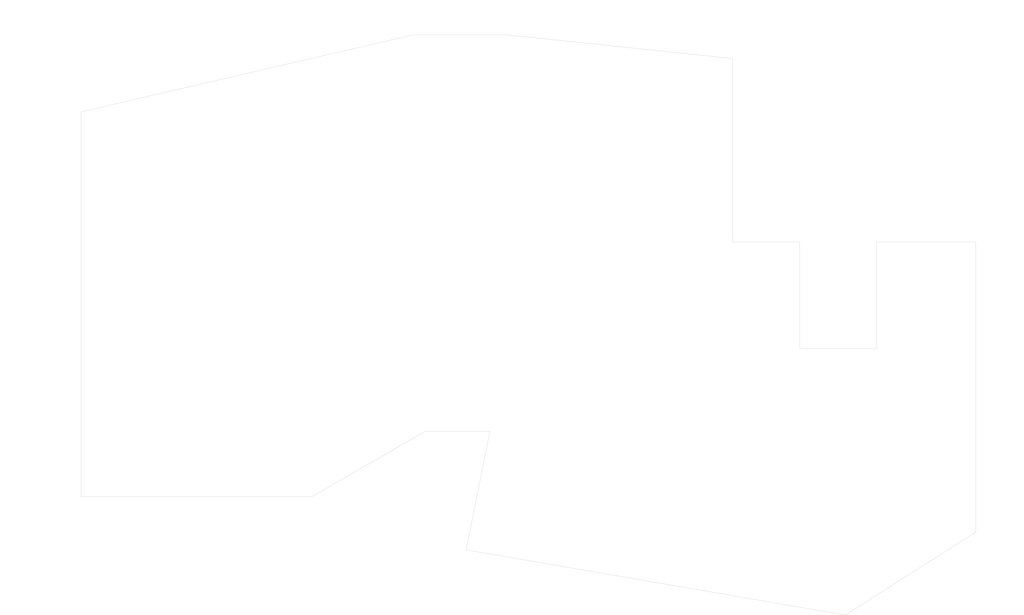
<source format=kicad_pcb>
(kicad_pcb
	(version 20240108)
	(generator "pcbnew")
	(generator_version "8.0")
	(general
		(thickness 1.6)
		(legacy_teardrops no)
	)
	(paper "A")
	(layers
		(0 "F.Cu" signal)
		(31 "B.Cu" signal)
		(32 "B.Adhes" user "B.Adhesive")
		(33 "F.Adhes" user "F.Adhesive")
		(34 "B.Paste" user)
		(35 "F.Paste" user)
		(36 "B.SilkS" user "B.Silkscreen")
		(37 "F.SilkS" user "F.Silkscreen")
		(38 "B.Mask" user)
		(39 "F.Mask" user)
		(40 "Dwgs.User" user "User.Drawings")
		(41 "Cmts.User" user "User.Comments")
		(42 "Eco1.User" user "User.Eco1")
		(43 "Eco2.User" user "User.Eco2")
		(44 "Edge.Cuts" user)
		(45 "Margin" user)
		(46 "B.CrtYd" user "B.Courtyard")
		(47 "F.CrtYd" user "F.Courtyard")
		(48 "B.Fab" user)
		(49 "F.Fab" user)
		(50 "User.1" user)
		(51 "User.2" user)
		(52 "User.3" user)
		(53 "User.4" user)
		(54 "User.5" user)
		(55 "User.6" user)
		(56 "User.7" user)
		(57 "User.8" user)
		(58 "User.9" user)
	)
	(setup
		(pad_to_mask_clearance 0)
		(allow_soldermask_bridges_in_footprints no)
		(pcbplotparams
			(layerselection 0x00010fc_ffffffff)
			(plot_on_all_layers_selection 0x0000000_00000000)
			(disableapertmacros no)
			(usegerberextensions no)
			(usegerberattributes yes)
			(usegerberadvancedattributes yes)
			(creategerberjobfile yes)
			(dashed_line_dash_ratio 12.000000)
			(dashed_line_gap_ratio 3.000000)
			(svgprecision 4)
			(plotframeref no)
			(viasonmask no)
			(mode 1)
			(useauxorigin no)
			(hpglpennumber 1)
			(hpglpenspeed 20)
			(hpglpendiameter 15.000000)
			(pdf_front_fp_property_popups yes)
			(pdf_back_fp_property_popups yes)
			(dxfpolygonmode yes)
			(dxfimperialunits yes)
			(dxfusepcbnewfont yes)
			(psnegative no)
			(psa4output no)
			(plotreference yes)
			(plotvalue yes)
			(plotfptext yes)
			(plotinvisibletext no)
			(sketchpadsonfab no)
			(subtractmaskfromsilk no)
			(outputformat 1)
			(mirror no)
			(drillshape 1)
			(scaleselection 1)
			(outputdirectory "")
		)
	)
	(net 0 "")
	(gr_poly
		(pts
			(xy 188 103) (xy 171.3 103) (xy 171.3 121) (xy 158.3 121) (xy 158.3 103) (xy 147 103) (xy 147 72)
			(xy 109 68) (xy 93 68) (xy 37 81) (xy 37 146) (xy 76 146) (xy 95 135) (xy 106 135) (xy 102 155) (xy 166 166)
			(xy 188 152)
		)
		(stroke
			(width 0.05)
			(type solid)
		)
		(fill none)
		(layer "Edge.Cuts")
		(uuid "6ab7ba58-6f91-4877-96db-80bb84048bf0")
	)
	(dimension
		(type aligned)
		(layer "User.1")
		(uuid "2fd98301-8b92-4da1-9010-0fec7cd54367")
		(pts
			(xy 37 81) (xy 37 146)
		)
		(height 7.599999)
		(gr_text "65.0000 mm"
			(at 28.250001 113.5 90)
			(layer "User.1")
			(uuid "2fd98301-8b92-4da1-9010-0fec7cd54367")
			(effects
				(font
					(size 1 1)
					(thickness 0.15)
				)
			)
		)
		(format
			(prefix "")
			(suffix "")
			(units 3)
			(units_format 1)
			(precision 4)
		)
		(style
			(thickness 0.1)
			(arrow_length 1.27)
			(text_position_mode 0)
			(extension_height 0.58642)
			(extension_offset 0.5) keep_text_aligned)
	)
	(dimension
		(type aligned)
		(layer "User.1")
		(uuid "366a4607-82ae-4070-822b-fedc0a8812d3")
		(pts
			(xy 158.3 121) (xy 171.3 121)
		)
		(height 5.2)
		(gr_text "13.0000 mm"
			(at 164.8 125.05 0)
			(layer "User.1")
			(uuid "366a4607-82ae-4070-822b-fedc0a8812d3")
			(effects
				(font
					(size 1 1)
					(thickness 0.15)
				)
			)
		)
		(format
			(prefix "")
			(suffix "")
			(units 3)
			(units_format 1)
			(precision 4)
		)
		(style
			(thickness 0.1)
			(arrow_length 1.27)
			(text_position_mode 0)
			(extension_height 0.58642)
			(extension_offset 0.5) keep_text_aligned)
	)
	(dimension
		(type aligned)
		(layer "User.1")
		(uuid "3ff485ce-ad21-4cf2-afb3-1d6f8bb7afc1")
		(pts
			(xy 147 72) (xy 147 103)
		)
		(height 5.299999)
		(gr_text "31.0000 mm"
			(at 140.550001 87.5 90)
			(layer "User.1")
			(uuid "3ff485ce-ad21-4cf2-afb3-1d6f8bb7afc1")
			(effects
				(font
					(size 1 1)
					(thickness 0.15)
				)
			)
		)
		(format
			(prefix "")
			(suffix "")
			(units 3)
			(units_format 1)
			(precision 4)
		)
		(style
			(thickness 0.1)
			(arrow_length 1.27)
			(text_position_mode 0)
			(extension_height 0.58642)
			(extension_offset 0.5) keep_text_aligned)
	)
	(dimension
		(type aligned)
		(layer "User.1")
		(uuid "42cfae7a-0e1d-492a-bec5-a0d064ffa156")
		(pts
			(xy 93 68) (xy 109 68)
		)
		(height -3.899999)
		(gr_text "16.0000 mm"
			(at 101 62.950001 0)
			(layer "User.1")
			(uuid "42cfae7a-0e1d-492a-bec5-a0d064ffa156")
			(effects
				(font
					(size 1 1)
					(thickness 0.15)
				)
			)
		)
		(format
			(prefix "")
			(suffix "")
			(units 3)
			(units_format 1)
			(precision 4)
		)
		(style
			(thickness 0.1)
			(arrow_length 1.27)
			(text_position_mode 0)
			(extension_height 0.58642)
			(extension_offset 0.5) keep_text_aligned)
	)
	(dimension
		(type aligned)
		(layer "User.1")
		(uuid "472d0f36-7f58-4c39-9278-0d51d9310825")
		(pts
			(xy 29.400001 146) (xy 76 146)
		)
		(height 5.499999)
		(gr_text "46.6000 mm"
			(at 52.700001 150.349999 0)
			(layer "User.1")
			(uuid "472d0f36-7f58-4c39-9278-0d51d9310825")
			(effects
				(font
					(size 1 1)
					(thickness 0.15)
				)
			)
		)
		(format
			(prefix "")
			(suffix "")
			(units 3)
			(units_format 1)
			(precision 4)
		)
		(style
			(thickness 0.1)
			(arrow_length 1.27)
			(text_position_mode 0)
			(extension_height 0.58642)
			(extension_offset 0.5) keep_text_aligned)
	)
	(dimension
		(type aligned)
		(layer "User.1")
		(uuid "5dd11f55-af3f-4504-af32-5fc7c8799d9e")
		(pts
			(xy 188 152) (xy 188 103)
		)
		(height 4.4)
		(gr_text "49.0000 mm"
			(at 191.25 127.5 90)
			(layer "User.1")
			(uuid "5dd11f55-af3f-4504-af32-5fc7c8799d9e")
			(effects
				(font
					(size 1 1)
					(thickness 0.15)
				)
			)
		)
		(format
			(prefix "")
			(suffix "")
			(units 3)
			(units_format 1)
			(precision 4)
		)
		(style
			(thickness 0.1)
			(arrow_length 1.27)
			(text_position_mode 0)
			(extension_height 0.58642)
			(extension_offset 0.5) keep_text_aligned)
	)
	(dimension
		(type aligned)
		(layer "User.1")
		(uuid "73c8040b-0fab-4201-8a3f-28aeb193cf0f")
		(pts
			(xy 158.3 103) (xy 141.700001 103)
		)
		(height 4.599999)
		(gr_text "16.6000 mm"
			(at 150 97.250001 0)
			(layer "User.1")
			(uuid "73c8040b-0fab-4201-8a3f-28aeb193cf0f")
			(effects
				(font
					(size 1 1)
					(thickness 0.15)
				)
			)
		)
		(format
			(prefix "")
			(suffix "")
			(units 3)
			(units_format 1)
			(precision 4)
		)
		(style
			(thickness 0.1)
			(arrow_length 1.27)
			(text_position_mode 0)
			(extension_height 0.58642)
			(extension_offset 0.5) keep_text_aligned)
	)
	(dimension
		(type aligned)
		(layer "User.1")
		(uuid "8259e80f-a27d-4b59-82ec-030179284bd6")
		(pts
			(xy 95 135) (xy 106 135)
		)
		(height -3.2)
		(gr_text "11.0000 mm"
			(at 100.5 130.65 0)
			(layer "User.1")
			(uuid "8259e80f-a27d-4b59-82ec-030179284bd6")
			(effects
				(font
					(size 1 1)
					(thickness 0.15)
				)
			)
		)
		(format
			(prefix "")
			(suffix "")
			(units 3)
			(units_format 1)
			(precision 4)
		)
		(style
			(thickness 0.1)
			(arrow_length 1.27)
			(text_position_mode 0)
			(extension_height 0.58642)
			(extension_offset 0.5) keep_text_aligned)
	)
	(dimension
		(type aligned)
		(layer "User.1")
		(uuid "9f81a52b-5f8c-4e36-8b8c-6badcaa0bb87")
		(pts
			(xy 141.700001 103) (xy 188 103)
		)
		(height -12.1)
		(gr_text "46.3000 mm"
			(at 164.850001 89.75 0)
			(layer "User.1")
			(uuid "9f81a52b-5f8c-4e36-8b8c-6badcaa0bb87")
			(effects
				(font
					(size 1 1)
					(thickness 0.15)
				)
			)
		)
		(format
			(prefix "")
			(suffix "")
			(units 3)
			(units_format 1)
			(precision 4)
		)
		(style
			(thickness 0.1)
			(arrow_length 1.27)
			(text_position_mode 0)
			(extension_height 0.58642)
			(extension_offset 0.5) keep_text_aligned)
	)
	(dimension
		(type aligned)
		(layer "User.1")
		(uuid "ae7a8f14-0e39-46eb-ab7a-7fb46c68a953")
		(pts
			(xy 171.3 103) (xy 188 103)
		)
		(height -4)
		(gr_text "16.7000 mm"
			(at 179.65 97.85 0)
			(layer "User.1")
			(uuid "ae7a8f14-0e39-46eb-ab7a-7fb46c68a953")
			(effects
				(font
					(size 1 1)
					(thickness 0.15)
				)
			)
		)
		(format
			(prefix "")
			(suffix "")
			(units 3)
			(units_format 1)
			(precision 4)
		)
		(style
			(thickness 0.1)
			(arrow_length 1.27)
			(text_position_mode 0)
			(extension_height 0.58642)
			(extension_offset 0.5) keep_text_aligned)
	)
)

</source>
